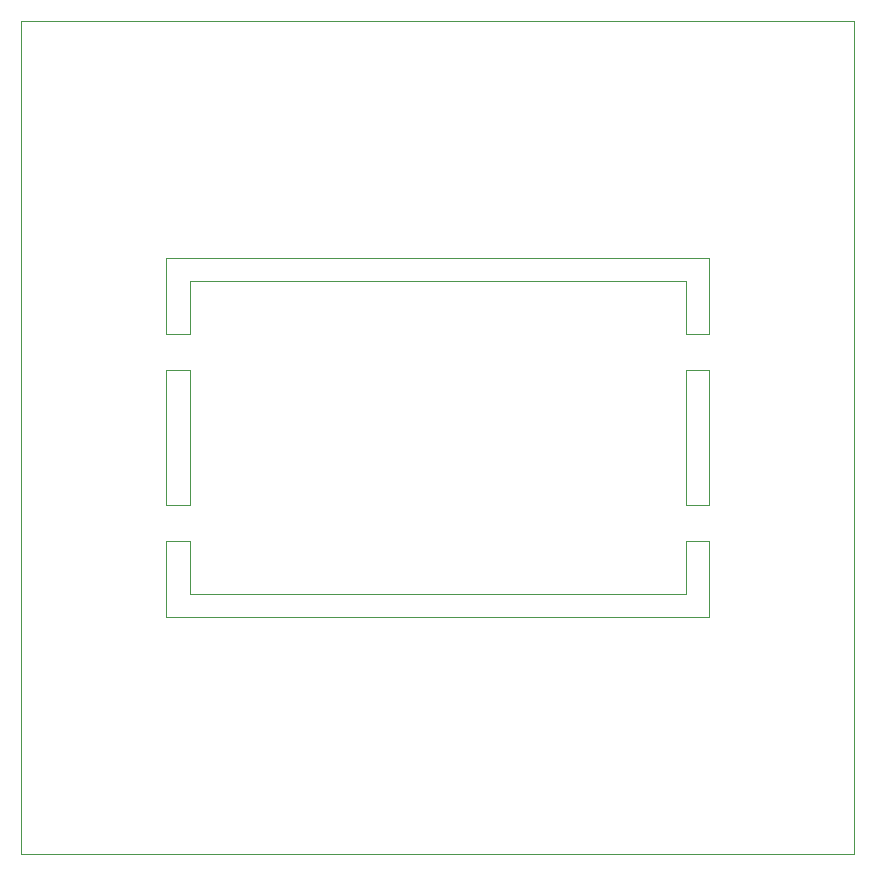
<source format=gm1>
G04 #@! TF.GenerationSoftware,KiCad,Pcbnew,9.0.4*
G04 #@! TF.CreationDate,2025-08-20T21:16:51-04:00*
G04 #@! TF.ProjectId,jlcpcb_1x1,6a6c6370-6362-45f3-9178-312e6b696361,rev?*
G04 #@! TF.SameCoordinates,Original*
G04 #@! TF.FileFunction,Profile,NP*
%FSLAX46Y46*%
G04 Gerber Fmt 4.6, Leading zero omitted, Abs format (unit mm)*
G04 Created by KiCad (PCBNEW 9.0.4) date 2025-08-20 21:16:51*
%MOMM*%
%LPD*%
G01*
G04 APERTURE LIST*
G04 #@! TA.AperFunction,Profile*
%ADD10C,0.100000*%
G04 #@! TD*
G04 APERTURE END LIST*
D10*
X56230000Y-40960000D02*
X56230000Y-29500000D01*
X12230000Y-20000000D02*
X58230000Y-20000000D01*
X58230000Y-43960000D02*
X58230000Y-50460000D01*
X70460000Y0D02*
X0Y0D01*
X12230000Y-29500000D02*
X14230000Y-29500000D01*
X56230000Y-29500000D02*
X58230000Y-29500000D01*
X58230000Y-26500000D02*
X56230000Y-26500000D01*
X56230000Y-26500000D02*
X56230000Y-22000000D01*
X14230000Y-26500000D02*
X12230000Y-26500000D01*
X0Y-70460000D02*
X70460000Y-70460000D01*
X14230000Y-29500000D02*
X14230000Y-40960000D01*
X14230000Y-48460000D02*
X56230000Y-48460000D01*
X14230000Y-43960000D02*
X14230000Y-48460000D01*
X58230000Y-50460000D02*
X12230000Y-50460000D01*
X14230000Y-40960000D02*
X12230000Y-40960000D01*
X58230000Y-29500000D02*
X58230000Y-40960000D01*
X12230000Y-26500000D02*
X12230000Y-20000000D01*
X58230000Y-40960000D02*
X56230000Y-40960000D01*
X56230000Y-22000000D02*
X14230000Y-22000000D01*
X14230000Y-22000000D02*
X14230000Y-26500000D01*
X58230000Y-20000000D02*
X58230000Y-26500000D01*
X12230000Y-50460000D02*
X12230000Y-43960000D01*
X56230000Y-43960000D02*
X58230000Y-43960000D01*
X12230000Y-43960000D02*
X14230000Y-43960000D01*
X12230000Y-40960000D02*
X12230000Y-29500000D01*
X56230000Y-48460000D02*
X56230000Y-43960000D01*
X0Y0D02*
X0Y-70460000D01*
X70460000Y-70460000D02*
X70460000Y0D01*
M02*

</source>
